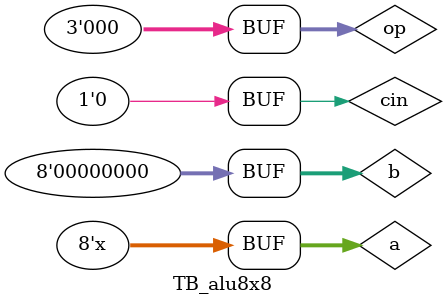
<source format=v>
`timescale 1ns / 1ps


module TB_alu8x8;

	// Inputs
	reg [7:0] a;
	reg [7:0] b;
	reg cin;
	reg [2:0] op;

	// Outputs
	wire [15:0] res;

	// Instantiate the Unit Under Test (UUT)
	alu8x8_p uut (
		.a(a), 
		.b(b), 
		.cin(cin), 
		.op(op), 
		.res(res)
	);

	initial begin
		// Initialize Inputs
		a = b;
		b = 0;
		cin = 0;
		op = 0;

		// Wait 100 ns for global reset to finish
		#100;
        
		// Add stimulus here

	end
      
endmodule


</source>
